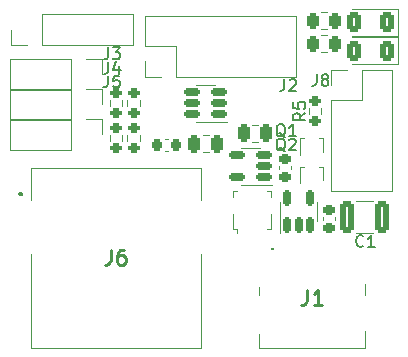
<source format=gto>
G04 #@! TF.GenerationSoftware,KiCad,Pcbnew,7.0.9*
G04 #@! TF.CreationDate,2024-02-16T12:23:22+01:00*
G04 #@! TF.ProjectId,USBussy_Current_Probe,55534275-7373-4795-9f43-757272656e74,1.0*
G04 #@! TF.SameCoordinates,Original*
G04 #@! TF.FileFunction,Legend,Top*
G04 #@! TF.FilePolarity,Positive*
%FSLAX46Y46*%
G04 Gerber Fmt 4.6, Leading zero omitted, Abs format (unit mm)*
G04 Created by KiCad (PCBNEW 7.0.9) date 2024-02-16 12:23:22*
%MOMM*%
%LPD*%
G01*
G04 APERTURE LIST*
G04 Aperture macros list*
%AMRoundRect*
0 Rectangle with rounded corners*
0 $1 Rounding radius*
0 $2 $3 $4 $5 $6 $7 $8 $9 X,Y pos of 4 corners*
0 Add a 4 corners polygon primitive as box body*
4,1,4,$2,$3,$4,$5,$6,$7,$8,$9,$2,$3,0*
0 Add four circle primitives for the rounded corners*
1,1,$1+$1,$2,$3*
1,1,$1+$1,$4,$5*
1,1,$1+$1,$6,$7*
1,1,$1+$1,$8,$9*
0 Add four rect primitives between the rounded corners*
20,1,$1+$1,$2,$3,$4,$5,0*
20,1,$1+$1,$4,$5,$6,$7,0*
20,1,$1+$1,$6,$7,$8,$9,0*
20,1,$1+$1,$8,$9,$2,$3,0*%
%AMRotRect*
0 Rectangle, with rotation*
0 The origin of the aperture is its center*
0 $1 length*
0 $2 width*
0 $3 Rotation angle, in degrees counterclockwise*
0 Add horizontal line*
21,1,$1,$2,0,0,$3*%
G04 Aperture macros list end*
%ADD10C,0.150000*%
%ADD11C,0.254000*%
%ADD12C,0.120000*%
%ADD13C,0.100000*%
%ADD14C,0.200000*%
%ADD15C,0.300000*%
%ADD16R,0.800000X1.070000*%
%ADD17RotRect,0.282800X0.282800X135.000000*%
%ADD18R,0.600000X0.200000*%
%ADD19R,0.850000X0.300000*%
%ADD20R,0.300000X0.850000*%
%ADD21RoundRect,0.250000X0.375000X0.625000X-0.375000X0.625000X-0.375000X-0.625000X0.375000X-0.625000X0*%
%ADD22RoundRect,0.200000X0.275000X-0.200000X0.275000X0.200000X-0.275000X0.200000X-0.275000X-0.200000X0*%
%ADD23R,1.700000X1.700000*%
%ADD24O,1.700000X1.700000*%
%ADD25C,0.650000*%
%ADD26R,0.300000X1.150000*%
%ADD27R,2.180000X2.000000*%
%ADD28R,0.500000X0.600000*%
%ADD29RoundRect,0.225000X0.225000X0.250000X-0.225000X0.250000X-0.225000X-0.250000X0.225000X-0.250000X0*%
%ADD30RoundRect,0.225000X-0.250000X0.225000X-0.250000X-0.225000X0.250000X-0.225000X0.250000X0.225000X0*%
%ADD31RoundRect,0.250000X0.250000X0.475000X-0.250000X0.475000X-0.250000X-0.475000X0.250000X-0.475000X0*%
%ADD32RoundRect,0.150000X0.512500X0.150000X-0.512500X0.150000X-0.512500X-0.150000X0.512500X-0.150000X0*%
%ADD33RoundRect,0.200000X-0.275000X0.200000X-0.275000X-0.200000X0.275000X-0.200000X0.275000X0.200000X0*%
%ADD34RoundRect,0.250000X0.262500X0.450000X-0.262500X0.450000X-0.262500X-0.450000X0.262500X-0.450000X0*%
%ADD35C,1.545000*%
%ADD36C,3.570000*%
%ADD37RoundRect,0.250000X0.325000X1.100000X-0.325000X1.100000X-0.325000X-1.100000X0.325000X-1.100000X0*%
%ADD38RoundRect,0.150000X0.150000X-0.512500X0.150000X0.512500X-0.150000X0.512500X-0.150000X-0.512500X0*%
G04 APERTURE END LIST*
D10*
X37995266Y-62650019D02*
X37995266Y-63364304D01*
X37995266Y-63364304D02*
X37947647Y-63507161D01*
X37947647Y-63507161D02*
X37852409Y-63602400D01*
X37852409Y-63602400D02*
X37709552Y-63650019D01*
X37709552Y-63650019D02*
X37614314Y-63650019D01*
X38900028Y-62983352D02*
X38900028Y-63650019D01*
X38661933Y-62602400D02*
X38423838Y-63316685D01*
X38423838Y-63316685D02*
X39042885Y-63316685D01*
D11*
X54821667Y-81953318D02*
X54821667Y-82860461D01*
X54821667Y-82860461D02*
X54761190Y-83041889D01*
X54761190Y-83041889D02*
X54640238Y-83162842D01*
X54640238Y-83162842D02*
X54458809Y-83223318D01*
X54458809Y-83223318D02*
X54337857Y-83223318D01*
X56091667Y-83223318D02*
X55365952Y-83223318D01*
X55728809Y-83223318D02*
X55728809Y-81953318D01*
X55728809Y-81953318D02*
X55607857Y-82134746D01*
X55607857Y-82134746D02*
X55486905Y-82255699D01*
X55486905Y-82255699D02*
X55365952Y-82316175D01*
D10*
X52965361Y-70247657D02*
X52870123Y-70200038D01*
X52870123Y-70200038D02*
X52774885Y-70104800D01*
X52774885Y-70104800D02*
X52632028Y-69961942D01*
X52632028Y-69961942D02*
X52536790Y-69914323D01*
X52536790Y-69914323D02*
X52441552Y-69914323D01*
X52489171Y-70152419D02*
X52393933Y-70104800D01*
X52393933Y-70104800D02*
X52298695Y-70009561D01*
X52298695Y-70009561D02*
X52251076Y-69819085D01*
X52251076Y-69819085D02*
X52251076Y-69485752D01*
X52251076Y-69485752D02*
X52298695Y-69295276D01*
X52298695Y-69295276D02*
X52393933Y-69200038D01*
X52393933Y-69200038D02*
X52489171Y-69152419D01*
X52489171Y-69152419D02*
X52679647Y-69152419D01*
X52679647Y-69152419D02*
X52774885Y-69200038D01*
X52774885Y-69200038D02*
X52870123Y-69295276D01*
X52870123Y-69295276D02*
X52917742Y-69485752D01*
X52917742Y-69485752D02*
X52917742Y-69819085D01*
X52917742Y-69819085D02*
X52870123Y-70009561D01*
X52870123Y-70009561D02*
X52774885Y-70104800D01*
X52774885Y-70104800D02*
X52679647Y-70152419D01*
X52679647Y-70152419D02*
X52489171Y-70152419D01*
X53298695Y-69247657D02*
X53346314Y-69200038D01*
X53346314Y-69200038D02*
X53441552Y-69152419D01*
X53441552Y-69152419D02*
X53679647Y-69152419D01*
X53679647Y-69152419D02*
X53774885Y-69200038D01*
X53774885Y-69200038D02*
X53822504Y-69247657D01*
X53822504Y-69247657D02*
X53870123Y-69342895D01*
X53870123Y-69342895D02*
X53870123Y-69438133D01*
X53870123Y-69438133D02*
X53822504Y-69580990D01*
X53822504Y-69580990D02*
X53251076Y-70152419D01*
X53251076Y-70152419D02*
X53870123Y-70152419D01*
X37980266Y-61430819D02*
X37980266Y-62145104D01*
X37980266Y-62145104D02*
X37932647Y-62287961D01*
X37932647Y-62287961D02*
X37837409Y-62383200D01*
X37837409Y-62383200D02*
X37694552Y-62430819D01*
X37694552Y-62430819D02*
X37599314Y-62430819D01*
X38361219Y-61430819D02*
X38980266Y-61430819D01*
X38980266Y-61430819D02*
X38646933Y-61811771D01*
X38646933Y-61811771D02*
X38789790Y-61811771D01*
X38789790Y-61811771D02*
X38885028Y-61859390D01*
X38885028Y-61859390D02*
X38932647Y-61907009D01*
X38932647Y-61907009D02*
X38980266Y-62002247D01*
X38980266Y-62002247D02*
X38980266Y-62240342D01*
X38980266Y-62240342D02*
X38932647Y-62335580D01*
X38932647Y-62335580D02*
X38885028Y-62383200D01*
X38885028Y-62383200D02*
X38789790Y-62430819D01*
X38789790Y-62430819D02*
X38504076Y-62430819D01*
X38504076Y-62430819D02*
X38408838Y-62383200D01*
X38408838Y-62383200D02*
X38361219Y-62335580D01*
D11*
X38184667Y-78552318D02*
X38184667Y-79459461D01*
X38184667Y-79459461D02*
X38124190Y-79640889D01*
X38124190Y-79640889D02*
X38003238Y-79761842D01*
X38003238Y-79761842D02*
X37821809Y-79822318D01*
X37821809Y-79822318D02*
X37700857Y-79822318D01*
X39333714Y-78552318D02*
X39091809Y-78552318D01*
X39091809Y-78552318D02*
X38970857Y-78612794D01*
X38970857Y-78612794D02*
X38910381Y-78673270D01*
X38910381Y-78673270D02*
X38789428Y-78854699D01*
X38789428Y-78854699D02*
X38728952Y-79096603D01*
X38728952Y-79096603D02*
X38728952Y-79580413D01*
X38728952Y-79580413D02*
X38789428Y-79701365D01*
X38789428Y-79701365D02*
X38849905Y-79761842D01*
X38849905Y-79761842D02*
X38970857Y-79822318D01*
X38970857Y-79822318D02*
X39212762Y-79822318D01*
X39212762Y-79822318D02*
X39333714Y-79761842D01*
X39333714Y-79761842D02*
X39394190Y-79701365D01*
X39394190Y-79701365D02*
X39454667Y-79580413D01*
X39454667Y-79580413D02*
X39454667Y-79278032D01*
X39454667Y-79278032D02*
X39394190Y-79157080D01*
X39394190Y-79157080D02*
X39333714Y-79096603D01*
X39333714Y-79096603D02*
X39212762Y-79036127D01*
X39212762Y-79036127D02*
X38970857Y-79036127D01*
X38970857Y-79036127D02*
X38849905Y-79096603D01*
X38849905Y-79096603D02*
X38789428Y-79157080D01*
X38789428Y-79157080D02*
X38728952Y-79278032D01*
D10*
X37954866Y-63818419D02*
X37954866Y-64532704D01*
X37954866Y-64532704D02*
X37907247Y-64675561D01*
X37907247Y-64675561D02*
X37812009Y-64770800D01*
X37812009Y-64770800D02*
X37669152Y-64818419D01*
X37669152Y-64818419D02*
X37573914Y-64818419D01*
X38907247Y-63818419D02*
X38431057Y-63818419D01*
X38431057Y-63818419D02*
X38383438Y-64294609D01*
X38383438Y-64294609D02*
X38431057Y-64246990D01*
X38431057Y-64246990D02*
X38526295Y-64199371D01*
X38526295Y-64199371D02*
X38764390Y-64199371D01*
X38764390Y-64199371D02*
X38859628Y-64246990D01*
X38859628Y-64246990D02*
X38907247Y-64294609D01*
X38907247Y-64294609D02*
X38954866Y-64389847D01*
X38954866Y-64389847D02*
X38954866Y-64627942D01*
X38954866Y-64627942D02*
X38907247Y-64723180D01*
X38907247Y-64723180D02*
X38859628Y-64770800D01*
X38859628Y-64770800D02*
X38764390Y-64818419D01*
X38764390Y-64818419D02*
X38526295Y-64818419D01*
X38526295Y-64818419D02*
X38431057Y-64770800D01*
X38431057Y-64770800D02*
X38383438Y-64723180D01*
X54658419Y-66994066D02*
X54182228Y-67327399D01*
X54658419Y-67565494D02*
X53658419Y-67565494D01*
X53658419Y-67565494D02*
X53658419Y-67184542D01*
X53658419Y-67184542D02*
X53706038Y-67089304D01*
X53706038Y-67089304D02*
X53753657Y-67041685D01*
X53753657Y-67041685D02*
X53848895Y-66994066D01*
X53848895Y-66994066D02*
X53991752Y-66994066D01*
X53991752Y-66994066D02*
X54086990Y-67041685D01*
X54086990Y-67041685D02*
X54134609Y-67089304D01*
X54134609Y-67089304D02*
X54182228Y-67184542D01*
X54182228Y-67184542D02*
X54182228Y-67565494D01*
X53658419Y-66089304D02*
X53658419Y-66565494D01*
X53658419Y-66565494D02*
X54134609Y-66613113D01*
X54134609Y-66613113D02*
X54086990Y-66565494D01*
X54086990Y-66565494D02*
X54039371Y-66470256D01*
X54039371Y-66470256D02*
X54039371Y-66232161D01*
X54039371Y-66232161D02*
X54086990Y-66136923D01*
X54086990Y-66136923D02*
X54134609Y-66089304D01*
X54134609Y-66089304D02*
X54229847Y-66041685D01*
X54229847Y-66041685D02*
X54467942Y-66041685D01*
X54467942Y-66041685D02*
X54563180Y-66089304D01*
X54563180Y-66089304D02*
X54610800Y-66136923D01*
X54610800Y-66136923D02*
X54658419Y-66232161D01*
X54658419Y-66232161D02*
X54658419Y-66470256D01*
X54658419Y-66470256D02*
X54610800Y-66565494D01*
X54610800Y-66565494D02*
X54563180Y-66613113D01*
X55622866Y-63691419D02*
X55622866Y-64405704D01*
X55622866Y-64405704D02*
X55575247Y-64548561D01*
X55575247Y-64548561D02*
X55480009Y-64643800D01*
X55480009Y-64643800D02*
X55337152Y-64691419D01*
X55337152Y-64691419D02*
X55241914Y-64691419D01*
X56241914Y-64119990D02*
X56146676Y-64072371D01*
X56146676Y-64072371D02*
X56099057Y-64024752D01*
X56099057Y-64024752D02*
X56051438Y-63929514D01*
X56051438Y-63929514D02*
X56051438Y-63881895D01*
X56051438Y-63881895D02*
X56099057Y-63786657D01*
X56099057Y-63786657D02*
X56146676Y-63739038D01*
X56146676Y-63739038D02*
X56241914Y-63691419D01*
X56241914Y-63691419D02*
X56432390Y-63691419D01*
X56432390Y-63691419D02*
X56527628Y-63739038D01*
X56527628Y-63739038D02*
X56575247Y-63786657D01*
X56575247Y-63786657D02*
X56622866Y-63881895D01*
X56622866Y-63881895D02*
X56622866Y-63929514D01*
X56622866Y-63929514D02*
X56575247Y-64024752D01*
X56575247Y-64024752D02*
X56527628Y-64072371D01*
X56527628Y-64072371D02*
X56432390Y-64119990D01*
X56432390Y-64119990D02*
X56241914Y-64119990D01*
X56241914Y-64119990D02*
X56146676Y-64167609D01*
X56146676Y-64167609D02*
X56099057Y-64215228D01*
X56099057Y-64215228D02*
X56051438Y-64310466D01*
X56051438Y-64310466D02*
X56051438Y-64500942D01*
X56051438Y-64500942D02*
X56099057Y-64596180D01*
X56099057Y-64596180D02*
X56146676Y-64643800D01*
X56146676Y-64643800D02*
X56241914Y-64691419D01*
X56241914Y-64691419D02*
X56432390Y-64691419D01*
X56432390Y-64691419D02*
X56527628Y-64643800D01*
X56527628Y-64643800D02*
X56575247Y-64596180D01*
X56575247Y-64596180D02*
X56622866Y-64500942D01*
X56622866Y-64500942D02*
X56622866Y-64310466D01*
X56622866Y-64310466D02*
X56575247Y-64215228D01*
X56575247Y-64215228D02*
X56527628Y-64167609D01*
X56527628Y-64167609D02*
X56432390Y-64119990D01*
X52965361Y-69053857D02*
X52870123Y-69006238D01*
X52870123Y-69006238D02*
X52774885Y-68911000D01*
X52774885Y-68911000D02*
X52632028Y-68768142D01*
X52632028Y-68768142D02*
X52536790Y-68720523D01*
X52536790Y-68720523D02*
X52441552Y-68720523D01*
X52489171Y-68958619D02*
X52393933Y-68911000D01*
X52393933Y-68911000D02*
X52298695Y-68815761D01*
X52298695Y-68815761D02*
X52251076Y-68625285D01*
X52251076Y-68625285D02*
X52251076Y-68291952D01*
X52251076Y-68291952D02*
X52298695Y-68101476D01*
X52298695Y-68101476D02*
X52393933Y-68006238D01*
X52393933Y-68006238D02*
X52489171Y-67958619D01*
X52489171Y-67958619D02*
X52679647Y-67958619D01*
X52679647Y-67958619D02*
X52774885Y-68006238D01*
X52774885Y-68006238D02*
X52870123Y-68101476D01*
X52870123Y-68101476D02*
X52917742Y-68291952D01*
X52917742Y-68291952D02*
X52917742Y-68625285D01*
X52917742Y-68625285D02*
X52870123Y-68815761D01*
X52870123Y-68815761D02*
X52774885Y-68911000D01*
X52774885Y-68911000D02*
X52679647Y-68958619D01*
X52679647Y-68958619D02*
X52489171Y-68958619D01*
X53870123Y-68958619D02*
X53298695Y-68958619D01*
X53584409Y-68958619D02*
X53584409Y-67958619D01*
X53584409Y-67958619D02*
X53489171Y-68101476D01*
X53489171Y-68101476D02*
X53393933Y-68196714D01*
X53393933Y-68196714D02*
X53298695Y-68244333D01*
X59574133Y-78235980D02*
X59526514Y-78283600D01*
X59526514Y-78283600D02*
X59383657Y-78331219D01*
X59383657Y-78331219D02*
X59288419Y-78331219D01*
X59288419Y-78331219D02*
X59145562Y-78283600D01*
X59145562Y-78283600D02*
X59050324Y-78188361D01*
X59050324Y-78188361D02*
X59002705Y-78093123D01*
X59002705Y-78093123D02*
X58955086Y-77902647D01*
X58955086Y-77902647D02*
X58955086Y-77759790D01*
X58955086Y-77759790D02*
X59002705Y-77569314D01*
X59002705Y-77569314D02*
X59050324Y-77474076D01*
X59050324Y-77474076D02*
X59145562Y-77378838D01*
X59145562Y-77378838D02*
X59288419Y-77331219D01*
X59288419Y-77331219D02*
X59383657Y-77331219D01*
X59383657Y-77331219D02*
X59526514Y-77378838D01*
X59526514Y-77378838D02*
X59574133Y-77426457D01*
X60526514Y-78331219D02*
X59955086Y-78331219D01*
X60240800Y-78331219D02*
X60240800Y-77331219D01*
X60240800Y-77331219D02*
X60145562Y-77474076D01*
X60145562Y-77474076D02*
X60050324Y-77569314D01*
X60050324Y-77569314D02*
X59955086Y-77616933D01*
X52905066Y-64123219D02*
X52905066Y-64837504D01*
X52905066Y-64837504D02*
X52857447Y-64980361D01*
X52857447Y-64980361D02*
X52762209Y-65075600D01*
X52762209Y-65075600D02*
X52619352Y-65123219D01*
X52619352Y-65123219D02*
X52524114Y-65123219D01*
X53333638Y-64218457D02*
X53381257Y-64170838D01*
X53381257Y-64170838D02*
X53476495Y-64123219D01*
X53476495Y-64123219D02*
X53714590Y-64123219D01*
X53714590Y-64123219D02*
X53809828Y-64170838D01*
X53809828Y-64170838D02*
X53857447Y-64218457D01*
X53857447Y-64218457D02*
X53905066Y-64313695D01*
X53905066Y-64313695D02*
X53905066Y-64408933D01*
X53905066Y-64408933D02*
X53857447Y-64551790D01*
X53857447Y-64551790D02*
X53286019Y-65123219D01*
X53286019Y-65123219D02*
X53905066Y-65123219D01*
D12*
X48545000Y-76851000D02*
X48915000Y-76851000D01*
X48545000Y-76851000D02*
X48545000Y-75561000D01*
X48915000Y-76851000D02*
X48915000Y-77111000D01*
X51415000Y-76851000D02*
X51785000Y-76851000D01*
X51785000Y-76851000D02*
X51785000Y-75561000D01*
X48545000Y-73611000D02*
X48545000Y-74111000D01*
X48545000Y-73611000D02*
X48915000Y-73611000D01*
X51415000Y-73611000D02*
X51785000Y-73611000D01*
X51785000Y-73611000D02*
X51785000Y-74111000D01*
X62483000Y-60444000D02*
X62483000Y-58174000D01*
X62483000Y-58174000D02*
X58598000Y-58174000D01*
X58598000Y-60444000D02*
X62483000Y-60444000D01*
X39609500Y-69350658D02*
X39609500Y-68876142D01*
X40654500Y-69350658D02*
X40654500Y-68876142D01*
X37441301Y-64935699D02*
X37441301Y-66265699D01*
X36111301Y-64935699D02*
X37441301Y-64935699D01*
X34841301Y-64935699D02*
X29701301Y-64935699D01*
X34841301Y-64935699D02*
X34841301Y-67595699D01*
X29701301Y-64935699D02*
X29701301Y-67595699D01*
X34841301Y-67595699D02*
X29701301Y-67595699D01*
D13*
X50745000Y-81685000D02*
X50745000Y-82435000D01*
X50745000Y-82435000D02*
X50775000Y-82435000D01*
X50775000Y-81685000D02*
X50745000Y-81685000D01*
X50775000Y-82435000D02*
X50775000Y-81685000D01*
X50775000Y-85685000D02*
X50775000Y-85685000D01*
X50775000Y-85685000D02*
X50775000Y-86862000D01*
X50775000Y-86862000D02*
X50775000Y-85685000D01*
X50775000Y-86862000D02*
X50775000Y-86862000D01*
X50775000Y-86862000D02*
X50775000Y-86862000D01*
X50775000Y-86862000D02*
X59715000Y-86862000D01*
D14*
X51845000Y-78485000D02*
X51845000Y-78485000D01*
X51845000Y-78485000D02*
X51845000Y-78485000D01*
X51945000Y-78485000D02*
X51945000Y-78485000D01*
D13*
X59715000Y-81435000D02*
X59715000Y-81435000D01*
X59715000Y-81435000D02*
X59715000Y-82435000D01*
X59715000Y-82435000D02*
X59715000Y-81435000D01*
X59715000Y-82435000D02*
X59715000Y-82435000D01*
X59715000Y-85435000D02*
X59715000Y-85435000D01*
X59715000Y-85435000D02*
X59715000Y-86862000D01*
X59715000Y-86862000D02*
X50775000Y-86862000D01*
X59715000Y-86862000D02*
X59715000Y-85435000D01*
X59715000Y-86862000D02*
X59715000Y-86862000D01*
X59715000Y-86862000D02*
X59715000Y-86862000D01*
D14*
X51945000Y-78485000D02*
G75*
G03*
X51845000Y-78485000I-50000J0D01*
G01*
X51845000Y-78485000D02*
G75*
G03*
X51945000Y-78485000I50000J0D01*
G01*
X51845000Y-78485000D02*
G75*
G03*
X51945000Y-78485000I50000J0D01*
G01*
D12*
X54234200Y-71524400D02*
X54234200Y-72934400D01*
X54234200Y-71524400D02*
X54544200Y-71524400D01*
X56154200Y-71524400D02*
X56154200Y-72684400D01*
X56154200Y-71524400D02*
X55844200Y-71524400D01*
X43066580Y-70233000D02*
X42785420Y-70233000D01*
X43066580Y-69213000D02*
X42785420Y-69213000D01*
X53469000Y-71487420D02*
X53469000Y-71768580D01*
X52449000Y-71487420D02*
X52449000Y-71768580D01*
X50680252Y-69442000D02*
X50157748Y-69442000D01*
X50680252Y-67972000D02*
X50157748Y-67972000D01*
X46228000Y-64607000D02*
X45428000Y-64607000D01*
X46228000Y-64607000D02*
X47028000Y-64607000D01*
X46228000Y-67727000D02*
X45428000Y-67727000D01*
X46228000Y-67727000D02*
X48028000Y-67727000D01*
X50038000Y-73061000D02*
X51838000Y-73061000D01*
X50038000Y-73061000D02*
X49238000Y-73061000D01*
X50038000Y-69941000D02*
X50838000Y-69941000D01*
X50038000Y-69941000D02*
X49238000Y-69941000D01*
X62483000Y-62857000D02*
X62483000Y-60587000D01*
X62483000Y-60587000D02*
X58598000Y-60587000D01*
X58598000Y-62857000D02*
X62483000Y-62857000D01*
X37441301Y-62395699D02*
X37441301Y-63725699D01*
X36111301Y-62395699D02*
X37441301Y-62395699D01*
X34841301Y-62395699D02*
X29701301Y-62395699D01*
X34841301Y-62395699D02*
X34841301Y-65055699D01*
X29701301Y-62395699D02*
X29701301Y-65055699D01*
X34841301Y-65055699D02*
X29701301Y-65055699D01*
X29785000Y-61274000D02*
X29785000Y-59944000D01*
X31115000Y-61274000D02*
X29785000Y-61274000D01*
X32385000Y-61274000D02*
X40065000Y-61274000D01*
X32385000Y-61274000D02*
X32385000Y-58614000D01*
X40065000Y-61274000D02*
X40065000Y-58614000D01*
X32385000Y-58614000D02*
X40065000Y-58614000D01*
X40654500Y-65904342D02*
X40654500Y-66378858D01*
X39609500Y-65904342D02*
X39609500Y-66378858D01*
X56462664Y-61847400D02*
X56008536Y-61847400D01*
X56462664Y-60377400D02*
X56008536Y-60377400D01*
X56462664Y-59917000D02*
X56008536Y-59917000D01*
X56462664Y-58447000D02*
X56008536Y-58447000D01*
D15*
X30508000Y-73888000D02*
X30508000Y-73888000D01*
X30608000Y-73888000D02*
X30608000Y-73888000D01*
D13*
X31408000Y-71618000D02*
X45808000Y-71618000D01*
X31408000Y-74388000D02*
X31408000Y-71618000D01*
X31408000Y-78888000D02*
X31408000Y-86878000D01*
X31408000Y-86878000D02*
X45808000Y-86878000D01*
X45808000Y-71618000D02*
X45808000Y-74388000D01*
X45808000Y-86878000D02*
X45808000Y-78888000D01*
D15*
X30608000Y-73888000D02*
G75*
G03*
X30508000Y-73888000I-50000J0D01*
G01*
X30508000Y-73888000D02*
G75*
G03*
X30608000Y-73888000I50000J0D01*
G01*
D12*
X39181300Y-68876142D02*
X39181300Y-69350658D01*
X38136300Y-68876142D02*
X38136300Y-69350658D01*
X37441301Y-67475699D02*
X37441301Y-68805699D01*
X36111301Y-67475699D02*
X37441301Y-67475699D01*
X34841301Y-67475699D02*
X29701301Y-67475699D01*
X34841301Y-67475699D02*
X34841301Y-70135699D01*
X29701301Y-67475699D02*
X29701301Y-70135699D01*
X34841301Y-70135699D02*
X29701301Y-70135699D01*
X56021500Y-66564742D02*
X56021500Y-67039258D01*
X54976500Y-66564742D02*
X54976500Y-67039258D01*
X56836000Y-63323000D02*
X58166000Y-63323000D01*
X56836000Y-64653000D02*
X56836000Y-63323000D01*
X56836000Y-65923000D02*
X56836000Y-73603000D01*
X56836000Y-65923000D02*
X59436000Y-65923000D01*
X56836000Y-73603000D02*
X62036000Y-73603000D01*
X59436000Y-63323000D02*
X62036000Y-63323000D01*
X59436000Y-65923000D02*
X59436000Y-63323000D01*
X62036000Y-63323000D02*
X62036000Y-73603000D01*
X46489252Y-70331000D02*
X45966748Y-70331000D01*
X46489252Y-68861000D02*
X45966748Y-68861000D01*
X54234200Y-69111400D02*
X54234200Y-70521400D01*
X54234200Y-69111400D02*
X54544200Y-69111400D01*
X56154200Y-69111400D02*
X56154200Y-70271400D01*
X56154200Y-69111400D02*
X55844200Y-69111400D01*
X60401252Y-77179000D02*
X58978748Y-77179000D01*
X60401252Y-74459000D02*
X58978748Y-74459000D01*
X39181300Y-65904342D02*
X39181300Y-66378858D01*
X38136300Y-65904342D02*
X38136300Y-66378858D01*
X41093000Y-63946000D02*
X41093000Y-62616000D01*
X42423000Y-63946000D02*
X41093000Y-63946000D01*
X43693000Y-63946000D02*
X53913000Y-63946000D01*
X43693000Y-63946000D02*
X43693000Y-61346000D01*
X53913000Y-63946000D02*
X53913000Y-58746000D01*
X41093000Y-61346000D02*
X41093000Y-58746000D01*
X43693000Y-61346000D02*
X41093000Y-61346000D01*
X41093000Y-58746000D02*
X53913000Y-58746000D01*
X57152000Y-75805420D02*
X57152000Y-76086580D01*
X56132000Y-75805420D02*
X56132000Y-76086580D01*
X52542000Y-75311000D02*
X52542000Y-77111000D01*
X52542000Y-75311000D02*
X52542000Y-74511000D01*
X55662000Y-75311000D02*
X55662000Y-76111000D01*
X55662000Y-75311000D02*
X55662000Y-74511000D01*
%LPC*%
D16*
X49665000Y-76631000D03*
D17*
X49465000Y-76096000D03*
D18*
X49765000Y-75996000D03*
D16*
X50665000Y-76631000D03*
D17*
X50865000Y-76096000D03*
D18*
X50565000Y-75996000D03*
D19*
X51615000Y-75081000D03*
X51615000Y-74581000D03*
D20*
X50915000Y-73881000D03*
X50415000Y-73881000D03*
X49915000Y-73881000D03*
X49415000Y-73881000D03*
D19*
X48715000Y-74581000D03*
X48715000Y-75081000D03*
D21*
X61598000Y-59309000D03*
X58798000Y-59309000D03*
D22*
X40132000Y-69938400D03*
X40132000Y-68288400D03*
D23*
X36111301Y-66265699D03*
D24*
X33571301Y-66265699D03*
X31031301Y-66265699D03*
D25*
X52355000Y-80582000D03*
X58135000Y-80582000D03*
D26*
X51895000Y-79507000D03*
X52695000Y-79507000D03*
X53995000Y-79507000D03*
X54995000Y-79507000D03*
X55495000Y-79507000D03*
X56495000Y-79507000D03*
X57795000Y-79507000D03*
X58595000Y-79507000D03*
X58295000Y-79507000D03*
X57495000Y-79507000D03*
X56995000Y-79507000D03*
X55995000Y-79507000D03*
X54495000Y-79507000D03*
X53495000Y-79507000D03*
X52995000Y-79507000D03*
X52195000Y-79507000D03*
D27*
X50135000Y-80082000D03*
X50135000Y-84012000D03*
X60355000Y-80082000D03*
X60355000Y-84012000D03*
D28*
X54694200Y-72684400D03*
X55694200Y-72684400D03*
X55194200Y-71384400D03*
D29*
X43701000Y-69723000D03*
X42151000Y-69723000D03*
D30*
X52959000Y-70853000D03*
X52959000Y-72403000D03*
D31*
X51369000Y-68707000D03*
X49469000Y-68707000D03*
D32*
X45090500Y-67117000D03*
X45090500Y-66167000D03*
X45090500Y-65217000D03*
X47365500Y-65217000D03*
X47365500Y-66167000D03*
X47365500Y-67117000D03*
X51175500Y-72451000D03*
X51175500Y-71501000D03*
X51175500Y-70551000D03*
X48900500Y-70551000D03*
X48900500Y-72451000D03*
D21*
X61598000Y-61722000D03*
X58798000Y-61722000D03*
D23*
X36111301Y-63725699D03*
D24*
X33571301Y-63725699D03*
X31031301Y-63725699D03*
D23*
X31115000Y-59944000D03*
D24*
X33655000Y-59944000D03*
X36195000Y-59944000D03*
X38735000Y-59944000D03*
D33*
X40132000Y-65316600D03*
X40132000Y-66966600D03*
D34*
X57148100Y-61112400D03*
X55323100Y-61112400D03*
X57148100Y-59182000D03*
X55323100Y-59182000D03*
D35*
X35108000Y-73888000D03*
X37608000Y-73888000D03*
X39608000Y-73888000D03*
X42108000Y-73888000D03*
D36*
X32038000Y-76598000D03*
X45178000Y-76598000D03*
D33*
X38658800Y-68288400D03*
X38658800Y-69938400D03*
D23*
X36111301Y-68805699D03*
D24*
X33571301Y-68805699D03*
X31031301Y-68805699D03*
D33*
X55499000Y-65977000D03*
X55499000Y-67627000D03*
D23*
X58166000Y-64653000D03*
D24*
X60706000Y-64653000D03*
X58166000Y-67193000D03*
X60706000Y-67193000D03*
X58166000Y-69733000D03*
X60706000Y-69733000D03*
X58166000Y-72273000D03*
X60706000Y-72273000D03*
D31*
X47178000Y-69596000D03*
X45278000Y-69596000D03*
D28*
X54694200Y-70271400D03*
X55694200Y-70271400D03*
X55194200Y-68971400D03*
D37*
X61165000Y-75819000D03*
X58215000Y-75819000D03*
D33*
X38658800Y-65316600D03*
X38658800Y-66966600D03*
D23*
X42423000Y-62616000D03*
D24*
X42423000Y-60076000D03*
X44963000Y-62616000D03*
X44963000Y-60076000D03*
X47503000Y-62616000D03*
X47503000Y-60076000D03*
X50043000Y-62616000D03*
X50043000Y-60076000D03*
X52583000Y-62616000D03*
X52583000Y-60076000D03*
D30*
X56642000Y-75171000D03*
X56642000Y-76721000D03*
D38*
X53152000Y-76448500D03*
X54102000Y-76448500D03*
X55052000Y-76448500D03*
X55052000Y-74173500D03*
X53152000Y-74173500D03*
%LPD*%
M02*

</source>
